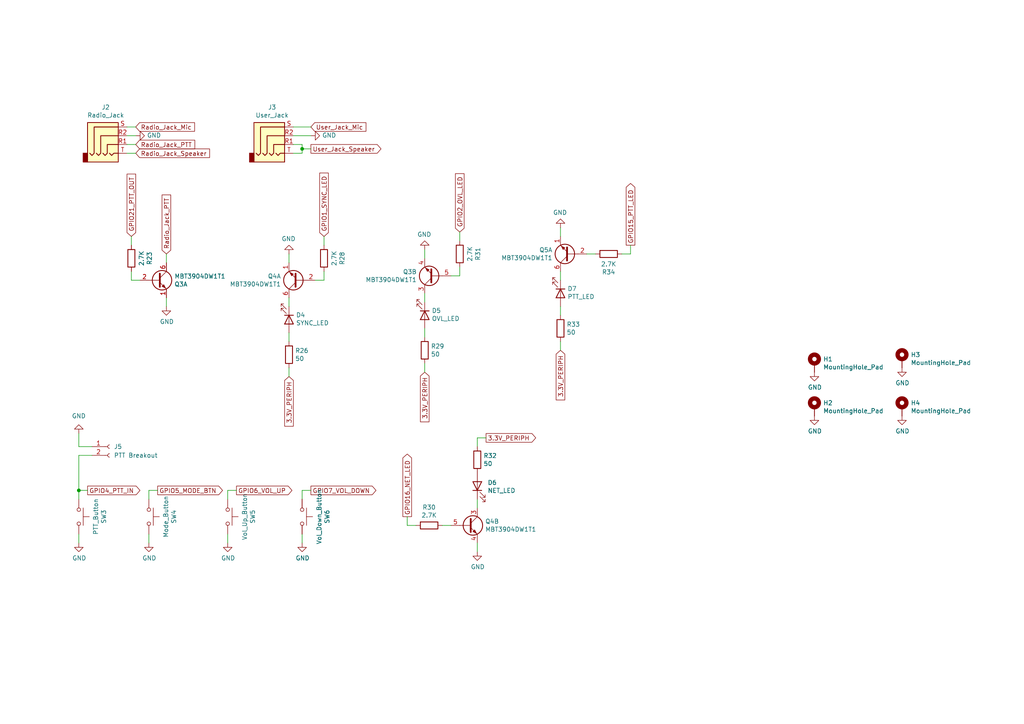
<source format=kicad_sch>
(kicad_sch (version 20211123) (generator eeschema)
  (paper "A4")
  (title_block (title "ezDV External Interface") (date "2022-10-01") (rev "v0.4") (company "FreeDV Project"))
  (lib_symbols
    (symbol "Connector:AudioJack4"
      (property "Reference" "J" (at 0 8.89 0))
      (property "Value" "AudioJack4" (at 0 6.35 0))
      (symbol "AudioJack4_0_1"
        (rectangle (start -6.35 -5.08) (end -7.62 -7.62) (stroke (width 0.254)) (fill (type outline)))
        (polyline (pts (xy 0 -5.08) (xy 0.635 -5.715) (xy 1.27 -5.08) (xy 2.54 -5.08)) (stroke (width 0.254)))
        (polyline (pts (xy -5.715 -5.08) (xy -5.08 -5.715) (xy -4.445 -5.08) (xy -4.445 2.54) (xy 2.54 2.54)) (stroke (width 0.254)))
        (polyline (pts (xy -1.905 -5.08) (xy -1.27 -5.715) (xy -0.635 -5.08) (xy -0.635 -2.54) (xy 2.54 -2.54)) (stroke (width 0.254)))
        (polyline (pts (xy 2.54 0) (xy -2.54 0) (xy -2.54 -5.08) (xy -3.175 -5.715) (xy -3.81 -5.08)) (stroke (width 0.254)))
        (rectangle (start 2.54 3.81) (end -6.35 -7.62) (stroke (width 0.254)) (fill (type background)))
      )
      (symbol "AudioJack4_1_1"
        (pin passive line (at 5.08 -2.54 180) (length 2.54) (name "~") (number "R1"))
        (pin passive line (at 5.08 0 180) (length 2.54) (name "~") (number "R2"))
        (pin passive line (at 5.08 2.54 180) (length 2.54) (name "~") (number "S"))
        (pin passive line (at 5.08 -5.08 180) (length 2.54) (name "~") (number "T"))
      )
    )
    (symbol "Connector:Conn_01x02_Female" (pin_names (offset 1.016) hide)
      (property "Reference" "J" (at 0 2.54 0))
      (property "Value" "Conn_01x02_Female" (at 0 -5.08 0))
      (symbol "Conn_01x02_Female_1_1"
        (arc (start 0 -2.032) (mid -0.508 -2.54) (end 0 -3.048) (stroke (width 0.1524)))
        (polyline (pts (xy -1.27 -2.54) (xy -0.508 -2.54)) (stroke (width 0.1524)))
        (polyline (pts (xy -1.27 0) (xy -0.508 0)) (stroke (width 0.1524)))
        (arc (start 0 0.508) (mid -0.508 0) (end 0 -0.508) (stroke (width 0.1524)))
        (pin passive line (at -5.08 0 0) (length 3.81) (name "Pin_1") (number "1"))
        (pin passive line (at -5.08 -2.54 0) (length 3.81) (name "Pin_2") (number "2"))
      )
    )
    (symbol "Device:LED" (pin_numbers hide) (pin_names (offset 1.016) hide)
      (property "Reference" "D" (at 0 2.54 0))
      (property "Value" "LED" (at 0 -2.54 0))
      (symbol "LED_0_1"
        (polyline (pts (xy -1.27 -1.27) (xy -1.27 1.27)) (stroke (width 0.254)))
        (polyline (pts (xy -1.27 0) (xy 1.27 0)))
        (polyline (pts (xy 1.27 -1.27) (xy 1.27 1.27) (xy -1.27 0) (xy 1.27 -1.27)) (stroke (width 0.254)))
        (polyline (pts (xy -3.048 -0.762) (xy -4.572 -2.286) (xy -3.81 -2.286) (xy -4.572 -2.286) (xy -4.572 -1.524)))
        (polyline (pts (xy -1.778 -0.762) (xy -3.302 -2.286) (xy -2.54 -2.286) (xy -3.302 -2.286) (xy -3.302 -1.524)))
      )
      (symbol "LED_1_1"
        (pin passive line (at -3.81 0 0) (length 2.54) (name "K") (number "1"))
        (pin passive line (at 3.81 0 180) (length 2.54) (name "A") (number "2"))
      )
    )
    (symbol "Device:R" (pin_numbers hide) (pin_names (offset 0))
      (property "Reference" "R" (at 2.032 0 90))
      (property "Value" "R" (at 0 0 90))
      (symbol "R_0_1"
        (rectangle (start -1.016 -2.54) (end 1.016 2.54) (stroke (width 0.254)))
      )
      (symbol "R_1_1"
        (pin passive line (at 0 3.81 270) (length 1.27) (name "~") (number "1"))
        (pin passive line (at 0 -3.81 90) (length 1.27) (name "~") (number "2"))
      )
    )
    (symbol "Mechanical:MountingHole_Pad" (pin_numbers hide) (pin_names (offset 1.016) hide)
      (property "Reference" "H" (at 0 6.35 0))
      (property "Value" "MountingHole_Pad" (at 0 4.445 0))
      (symbol "MountingHole_Pad_0_1"
        (circle (center 0 1.27) (radius 1.27) (stroke (width 1.27)))
      )
      (symbol "MountingHole_Pad_1_1"
        (pin input line (at 0 -2.54 90) (length 2.54) (name "1") (number "1"))
      )
    )
    (symbol "Switch:SW_Push" (pin_numbers hide) (pin_names (offset 1.016) hide)
      (property "Reference" "SW" (at 1.27 2.54 0))
      (property "Value" "SW_Push" (at 0 -1.524 0))
      (symbol "SW_Push_0_1"
        (circle (center -2.032 0) (radius 0.508))
        (polyline (pts (xy 0 1.27) (xy 0 3.048)))
        (polyline (pts (xy 2.54 1.27) (xy -2.54 1.27)))
        (circle (center 2.032 0) (radius 0.508))
        (pin passive line (at -5.08 0 0) (length 2.54) (name "1") (number "1"))
        (pin passive line (at 5.08 0 180) (length 2.54) (name "2") (number "2"))
      )
    )
    (symbol "ezDV-rescue:Q_DUAL_NPN_NPN_E1B1C2E2B2C1-Device" (pin_names (offset 0) hide)
      (property "Reference" "Q" (at 5.08 1.27 0))
      (property "Value" "Q_DUAL_NPN_NPN_E1B1C2E2B2C1-Device" (at 5.08 -1.27 0))
      (symbol "Q_DUAL_NPN_NPN_E1B1C2E2B2C1-Device_0_1"
        (polyline (pts (xy 0.635 0) (xy -2.54 0)))
        (polyline (pts (xy 0.635 0.635) (xy 2.54 2.54)))
        (polyline (pts (xy 0.635 -0.635) (xy 2.54 -2.54) (xy 2.54 -2.54)))
        (polyline (pts (xy 0.635 1.905) (xy 0.635 -1.905) (xy 0.635 -1.905)) (stroke (width 0.508)))
        (polyline (pts (xy 1.27 -1.778) (xy 1.778 -1.27) (xy 2.286 -2.286) (xy 1.27 -1.778) (xy 1.27 -1.778)) (fill (type outline)))
        (circle (center 1.27 0) (radius 2.8194) (stroke (width 0.254)))
      )
      (symbol "Q_DUAL_NPN_NPN_E1B1C2E2B2C1-Device_1_1"
        (pin passive line (at 2.54 -5.08 90) (length 2.54) (name "E1") (number "1"))
        (pin input line (at -5.08 0 0) (length 2.54) (name "B1") (number "2"))
        (pin passive line (at 2.54 5.08 270) (length 2.54) (name "C1") (number "6"))
      )
      (symbol "Q_DUAL_NPN_NPN_E1B1C2E2B2C1-Device_2_1"
        (pin passive line (at 2.54 5.08 270) (length 2.54) (name "C2") (number "3"))
        (pin passive line (at 2.54 -5.08 90) (length 2.54) (name "E2") (number "4"))
        (pin input line (at -5.08 0 0) (length 2.54) (name "B2") (number "5"))
      )
    )
    (symbol "power:GND" (power) (pin_names (offset 0))
      (property "Value" "GND" (at 0 -3.81 0))
      (symbol "GND_0_1"
        (polyline (pts (xy 0 0) (xy 0 -1.27) (xy 1.27 -1.27) (xy 0 -2.54) (xy -1.27 -1.27) (xy 0 -1.27)))
      )
      (symbol "GND_1_1"
        (pin power_in line (at 0 0 270) (length 0) hide (name "GND") (number "1"))
      )
    )
  )
  (junction (at 87.63 43.18))
  (junction (at 22.86 142.24))
  (wire (pts (xy 133.35 77.47) (xy 133.35 80.01)))
  (wire (pts (xy 85.09 44.45) (xy 87.63 44.45)))
  (wire (pts (xy 162.56 91.44) (xy 162.56 88.9)))
  (wire (pts (xy 182.88 73.66) (xy 182.88 71.12)))
  (wire (pts (xy 48.26 76.2) (xy 48.26 73.66)))
  (wire (pts (xy 85.09 39.37) (xy 90.17 39.37)))
  (wire (pts (xy 138.43 157.48) (xy 138.43 160.02)))
  (wire (pts (xy 128.27 152.4) (xy 130.81 152.4)))
  (wire (pts (xy 38.1 71.12) (xy 38.1 68.58)))
  (wire (pts (xy 138.43 127) (xy 140.97 127)))
  (wire (pts (xy 123.19 97.79) (xy 123.19 95.25)))
  (wire (pts (xy 93.98 71.12) (xy 93.98 68.58)))
  (wire (pts (xy 133.35 80.01) (xy 130.81 80.01)))
  (wire (pts (xy 22.86 132.08) (xy 22.86 142.24)))
  (wire (pts (xy 40.64 81.28) (xy 38.1 81.28)))
  (wire (pts (xy 36.83 36.83) (xy 39.37 36.83)))
  (wire (pts (xy 90.17 36.83) (xy 85.09 36.83)))
  (wire (pts (xy 123.19 74.93) (xy 123.19 72.39)))
  (wire (pts (xy 38.1 78.74) (xy 38.1 81.28)))
  (wire (pts (xy 133.35 69.85) (xy 133.35 67.31)))
  (wire (pts (xy 162.56 81.28) (xy 162.56 78.74)))
  (wire (pts (xy 66.04 142.24) (xy 66.04 144.78)))
  (wire (pts (xy 36.83 44.45) (xy 39.37 44.45)))
  (wire (pts (xy 162.56 99.06) (xy 162.56 101.6)))
  (wire (pts (xy 90.17 142.24) (xy 87.63 142.24)))
  (wire (pts (xy 172.72 73.66) (xy 170.18 73.66)))
  (wire (pts (xy 83.82 76.2) (xy 83.82 73.66)))
  (wire (pts (xy 87.63 41.91) (xy 85.09 41.91)))
  (wire (pts (xy 25.4 142.24) (xy 22.86 142.24)))
  (wire (pts (xy 22.86 129.54) (xy 26.67 129.54)))
  (wire (pts (xy 36.83 39.37) (xy 39.37 39.37)))
  (wire (pts (xy 87.63 44.45) (xy 87.63 43.18)))
  (wire (pts (xy 93.98 78.74) (xy 93.98 81.28)))
  (wire (pts (xy 48.26 86.36) (xy 48.26 88.9)))
  (wire (pts (xy 118.11 152.4) (xy 118.11 149.86)))
  (wire (pts (xy 83.82 106.68) (xy 83.82 109.22)))
  (wire (pts (xy 22.86 125.73) (xy 22.86 129.54)))
  (wire (pts (xy 83.82 99.06) (xy 83.82 96.52)))
  (wire (pts (xy 90.17 43.18) (xy 87.63 43.18)))
  (wire (pts (xy 68.58 142.24) (xy 66.04 142.24)))
  (wire (pts (xy 26.67 132.08) (xy 22.86 132.08)))
  (wire (pts (xy 87.63 43.18) (xy 87.63 41.91)))
  (wire (pts (xy 138.43 129.54) (xy 138.43 127)))
  (wire (pts (xy 83.82 88.9) (xy 83.82 86.36)))
  (wire (pts (xy 123.19 87.63) (xy 123.19 85.09)))
  (wire (pts (xy 45.72 142.24) (xy 43.18 142.24)))
  (wire (pts (xy 43.18 142.24) (xy 43.18 144.78)))
  (wire (pts (xy 87.63 142.24) (xy 87.63 144.78)))
  (wire (pts (xy 36.83 41.91) (xy 39.37 41.91)))
  (wire (pts (xy 120.65 152.4) (xy 118.11 152.4)))
  (wire (pts (xy 87.63 154.94) (xy 87.63 157.48)))
  (wire (pts (xy 93.98 81.28) (xy 91.44 81.28)))
  (wire (pts (xy 22.86 154.94) (xy 22.86 157.48)))
  (wire (pts (xy 138.43 144.78) (xy 138.43 147.32)))
  (wire (pts (xy 66.04 154.94) (xy 66.04 157.48)))
  (wire (pts (xy 123.19 105.41) (xy 123.19 107.95)))
  (wire (pts (xy 43.18 154.94) (xy 43.18 157.48)))
  (wire (pts (xy 180.34 73.66) (xy 182.88 73.66)))
  (wire (pts (xy 22.86 142.24) (xy 22.86 144.78)))
  (wire (pts (xy 162.56 66.04) (xy 162.56 68.58)))
  (global_label "Radio_Jack_Speaker" (shape input) (at 39.37 44.45 0) (property "Intersheet References" "${INTERSHEET_REFS}" (effects hide)))
  (global_label "GPIO7_VOL_DOWN" (shape output) (at 90.17 142.24 0) (property "Intersheet References" "${INTERSHEET_REFS}" (effects hide)))
  (global_label "Radio_Jack_PTT" (shape input) (at 48.26 73.66 90) (property "Intersheet References" "${INTERSHEET_REFS}" (effects hide)))
  (global_label "GPIO2_OVL_LED" (shape input) (at 133.35 67.31 90) (property "Intersheet References" "${INTERSHEET_REFS}" (effects hide)))
  (global_label "GPIO21_PTT_OUT" (shape input) (at 38.1 68.58 90) (property "Intersheet References" "${INTERSHEET_REFS}" (effects hide)))
  (global_label "GPIO5_MODE_BTN" (shape output) (at 45.72 142.24 0) (property "Intersheet References" "${INTERSHEET_REFS}" (effects hide)))
  (global_label "GPIO16_NET_LED" (shape output) (at 118.11 149.86 90) (property "Intersheet References" "${INTERSHEET_REFS}" (effects hide)))
  (global_label "GPIO6_VOL_UP" (shape output) (at 68.58 142.24 0) (property "Intersheet References" "${INTERSHEET_REFS}" (effects hide)))
  (global_label "Radio_Jack_Mic" (shape input) (at 39.37 36.83 0) (property "Intersheet References" "${INTERSHEET_REFS}" (effects hide)))
  (global_label "3.3V_PERIPH" (shape output) (at 140.97 127 0) (property "Intersheet References" "${INTERSHEET_REFS}" (effects hide)))
  (global_label "GPIO15_PTT_LED" (shape output) (at 182.88 71.12 90) (property "Intersheet References" "${INTERSHEET_REFS}" (effects hide)))
  (global_label "User_Jack_Speaker" (shape output) (at 90.17 43.18 0) (property "Intersheet References" "${INTERSHEET_REFS}" (effects hide)))
  (global_label "Radio_Jack_PTT" (shape input) (at 39.37 41.91 0) (property "Intersheet References" "${INTERSHEET_REFS}" (effects hide)))
  (global_label "3.3V_PERIPH" (shape input) (at 83.82 109.22 270) (property "Intersheet References" "${INTERSHEET_REFS}" (effects hide)))
  (global_label "GPIO4_PTT_IN" (shape output) (at 25.4 142.24 0) (property "Intersheet References" "${INTERSHEET_REFS}" (effects hide)))
  (global_label "3.3V_PERIPH" (shape input) (at 123.19 107.95 270) (property "Intersheet References" "${INTERSHEET_REFS}" (effects hide)))
  (global_label "User_Jack_Mic" (shape input) (at 90.17 36.83 0) (property "Intersheet References" "${INTERSHEET_REFS}" (effects hide)))
  (global_label "GPIO1_SYNC_LED" (shape input) (at 93.98 68.58 90) (property "Intersheet References" "${INTERSHEET_REFS}" (effects hide)))
  (global_label "3.3V_PERIPH" (shape input) (at 162.56 101.6 270) (property "Intersheet References" "${INTERSHEET_REFS}" (effects hide)))
  (symbol (lib_id "Mechanical:MountingHole_Pad") (at 261.62 118.11 0) (unit 1)
    (property "Reference" "H4" (at 264.16 116.8654 0) (effects (justify left)))
    (property "Value" "MountingHole_Pad" (at 264.16 119.1768 0) (effects (justify left)))
    (property "Footprint" "MountingHole:MountingHole_3.2mm_M3_Pad" (effects hide))
  )
  (symbol (lib_id "power:GND") (at 236.22 107.95 0) (unit 1)
    (property "Reference" "#PWR036" (effects hide))
    (property "Value" "GND" (at 236.347 112.3442 0))
  )
  (symbol (lib_id "Device:R") (at 133.35 73.66 180) (unit 1)
    (property "Reference" "R31" (at 138.6078 73.66 90))
    (property "Value" "2.7K" (at 136.2964 73.66 90))
    (property "Footprint" "Resistor_SMD:R_0603_1608Metric" (effects hide))
    (property "Datasheet" "https://datasheet.lcsc.com/lcsc/2206010216_UNI-ROYAL-Uniroyal-Elec-0603WAF2701T5E_C13167.pdf" (effects hide))
    (property "LCSC" "C13167" (effects hide))
  )
  (symbol (lib_id "Connector:AudioJack4") (at 31.75 39.37 0) (unit 1)
    (property "Reference" "J2" (at 30.6578 31.115 0))
    (property "Value" "Radio_Jack" (at 30.6578 33.4264 0))
    (property "Footprint" "Connector_Audio:Jack_3.5mm_PJ320D_Horizontal" (effects hide))
    (property "Datasheet" "https://datasheet.lcsc.com/lcsc/1810121716_Korean-Hroparts-Elec-PJ-320D-4A_C95562.pdf" (effects hide))
    (property "LCSC" "C95562" (effects hide))
  )
  (symbol (lib_id "ezDV-rescue:Q_DUAL_NPN_NPN_E1B1C2E2B2C1-Device") (at 45.72 81.28 0) (unit 1)
    (property "Reference" "Q3" (at 50.5714 82.4484 0) (effects (justify left)))
    (property "Value" "MBT3904DW1T1" (at 50.5714 80.137 0) (effects (justify left)))
    (property "Footprint" "Package_TO_SOT_SMD:SOT-363_SC-70-6" (effects hide))
    (property "Datasheet" "https://datasheet.lcsc.com/lcsc/1811151434_onsemi-MBT3904DW1T1G_C110150.pdf" (effects hide))
    (property "LCSC" "C110150" (effects hide))
  )
  (symbol (lib_id "Device:R") (at 83.82 102.87 0) (unit 1)
    (property "Reference" "R26" (at 85.598 101.7016 0) (effects (justify left)))
    (property "Value" "50" (at 85.598 104.013 0) (effects (justify left)))
    (property "Footprint" "Resistor_SMD:R_0603_1608Metric" (effects hide))
    (property "Datasheet" "https://datasheet.lcsc.com/lcsc/2206010130_UNI-ROYAL-Uniroyal-Elec-0603WAF1500T5E_C22808.pdf" (effects hide))
    (property "LCSC" "C22808" (effects hide))
  )
  (symbol (lib_id "Device:R") (at 162.56 95.25 0) (unit 1)
    (property "Reference" "R33" (at 164.338 94.0816 0) (effects (justify left)))
    (property "Value" "50" (at 164.338 96.393 0) (effects (justify left)))
    (property "Footprint" "Resistor_SMD:R_0603_1608Metric" (effects hide))
    (property "Datasheet" "https://datasheet.lcsc.com/lcsc/2206010130_UNI-ROYAL-Uniroyal-Elec-0603WAF1500T5E_C22808.pdf" (effects hide))
    (property "LCSC" "C22808" (effects hide))
  )
  (symbol (lib_id "power:GND") (at 162.56 66.04 180) (unit 1)
    (property "Reference" "#PWR035" (effects hide))
    (property "Value" "GND" (at 162.433 61.6458 0))
  )
  (symbol (lib_id "ezDV-rescue:Q_DUAL_NPN_NPN_E1B1C2E2B2C1-Device") (at 86.36 81.28 180) (unit 1)
    (property "Reference" "Q4" (at 81.5086 80.1116 0) (effects (justify left)))
    (property "Value" "MBT3904DW1T1" (at 81.5086 82.423 0) (effects (justify left)))
    (property "Footprint" "Package_TO_SOT_SMD:SOT-363_SC-70-6" (effects hide))
    (property "Datasheet" "https://datasheet.lcsc.com/lcsc/1811151434_onsemi-MBT3904DW1T1G_C110150.pdf" (effects hide))
    (property "LCSC" "C110150" (effects hide))
  )
  (symbol (lib_id "power:GND") (at 261.62 106.68 0) (unit 1)
    (property "Reference" "#PWR038" (effects hide))
    (property "Value" "GND" (at 261.747 111.0742 0))
  )
  (symbol (lib_id "Device:LED") (at 138.43 140.97 90) (unit 1)
    (property "Reference" "D6" (at 141.4272 139.9794 90) (effects (justify right)))
    (property "Value" "NET_LED" (at 141.4272 142.2908 90) (effects (justify right)))
    (property "Footprint" "Diode_SMD:D_0603_1608Metric" (effects hide))
    (property "Datasheet" "https://datasheet.lcsc.com/lcsc/1811101510_Everlight-Elec-19-217-BHC-ZL1M2RY-3T_C72041.pdf" (effects hide))
    (property "LCSC" "C72041" (effects hide))
  )
  (symbol (lib_id "power:GND") (at 22.86 125.73 180) (unit 1)
    (property "Reference" "#PWR043" (effects hide))
    (property "Value" "GND" (at 22.86 120.65 0))
  )
  (symbol (lib_id "Device:LED") (at 123.19 91.44 270) (unit 1)
    (property "Reference" "D5" (at 125.222 90.0938 90) (effects (justify left)))
    (property "Value" "OVL_LED" (at 125.222 92.4052 90) (effects (justify left)))
    (property "Footprint" "Diode_SMD:D_0603_1608Metric" (effects hide))
    (property "Datasheet" "https://datasheet.lcsc.com/lcsc/1810231112_Hubei-KENTO-Elec-KT-0603R_C2286.pdf" (effects hide))
    (property "LCSC" "C2286" (effects hide))
  )
  (symbol (lib_id "power:GND") (at 22.86 157.48 0) (unit 1)
    (property "Reference" "#PWR025" (effects hide))
    (property "Value" "GND" (at 22.987 161.8742 0))
  )
  (symbol (lib_id "power:GND") (at 138.43 160.02 0) (unit 1)
    (property "Reference" "#PWR034" (effects hide))
    (property "Value" "GND" (at 138.557 164.4142 0))
  )
  (symbol (lib_id "Device:R") (at 93.98 74.93 180) (unit 1)
    (property "Reference" "R28" (at 99.2378 74.93 90))
    (property "Value" "2.7K" (at 96.9264 74.93 90))
    (property "Footprint" "Resistor_SMD:R_0603_1608Metric" (effects hide))
    (property "Datasheet" "https://datasheet.lcsc.com/lcsc/2206010216_UNI-ROYAL-Uniroyal-Elec-0603WAF2701T5E_C13167.pdf" (effects hide))
    (property "LCSC" "C13167" (effects hide))
  )
  (symbol (lib_id "Device:LED") (at 83.82 92.71 270) (unit 1)
    (property "Reference" "D4" (at 85.852 91.3638 90) (effects (justify left)))
    (property "Value" "SYNC_LED" (at 85.852 93.6752 90) (effects (justify left)))
    (property "Footprint" "Diode_SMD:D_0603_1608Metric" (effects hide))
    (property "Datasheet" "https://datasheet.lcsc.com/lcsc/1912111437_Yongyu-Photoelectric-SZYY0603YG_C434423.pdf" (effects hide))
    (property "LCSC" "C434423" (effects hide))
  )
  (symbol (lib_id "power:GND") (at 87.63 157.48 0) (unit 1)
    (property "Reference" "#PWR031" (effects hide))
    (property "Value" "GND" (at 87.757 161.8742 0))
  )
  (symbol (lib_id "Mechanical:MountingHole_Pad") (at 236.22 105.41 0) (unit 1)
    (property "Reference" "H1" (at 238.76 104.1654 0) (effects (justify left)))
    (property "Value" "MountingHole_Pad" (at 238.76 106.4768 0) (effects (justify left)))
    (property "Footprint" "MountingHole:MountingHole_3.2mm_M3_Pad" (effects hide))
  )
  (symbol (lib_id "ezDV-rescue:Q_DUAL_NPN_NPN_E1B1C2E2B2C1-Device") (at 125.73 80.01 180) (unit 2)
    (property "Reference" "Q3" (at 120.8786 78.8416 0) (effects (justify left)))
    (property "Value" "MBT3904DW1T1" (at 120.8786 81.153 0) (effects (justify left)))
    (property "Footprint" "Package_TO_SOT_SMD:SOT-363_SC-70-6" (effects hide))
    (property "Datasheet" "https://datasheet.lcsc.com/lcsc/1811151434_onsemi-MBT3904DW1T1G_C110150.pdf" (effects hide))
    (property "LCSC" "C110150" (effects hide))
  )
  (symbol (lib_id "Connector:Conn_01x02_Female") (at 31.75 129.54 0) (unit 1)
    (property "Reference" "J5" (at 33.02 129.5399 0) (effects (justify left)))
    (property "Value" "PTT Breakout" (at 33.02 132.0799 0) (effects (justify left)))
    (property "Footprint" "Connector_PinHeader_2.54mm:PinHeader_1x02_P2.54mm_Vertical" (effects hide))
  )
  (symbol (lib_id "power:GND") (at 261.62 120.65 0) (unit 1)
    (property "Reference" "#PWR039" (effects hide))
    (property "Value" "GND" (at 261.747 125.0442 0))
  )
  (symbol (lib_id "power:GND") (at 83.82 73.66 180) (unit 1)
    (property "Reference" "#PWR030" (effects hide))
    (property "Value" "GND" (at 83.693 69.2658 0))
  )
  (symbol (lib_id "ezDV-rescue:Q_DUAL_NPN_NPN_E1B1C2E2B2C1-Device") (at 165.1 73.66 180) (unit 1)
    (property "Reference" "Q5" (at 160.2486 72.4916 0) (effects (justify left)))
    (property "Value" "MBT3904DW1T1" (at 160.2486 74.803 0) (effects (justify left)))
    (property "Footprint" "Package_TO_SOT_SMD:SOT-363_SC-70-6" (effects hide))
    (property "Datasheet" "https://datasheet.lcsc.com/lcsc/1811151434_onsemi-MBT3904DW1T1G_C110150.pdf" (effects hide))
    (property "LCSC" "C110150" (effects hide))
  )
  (symbol (lib_id "Device:R") (at 123.19 101.6 0) (unit 1)
    (property "Reference" "R29" (at 124.968 100.4316 0) (effects (justify left)))
    (property "Value" "50" (at 124.968 102.743 0) (effects (justify left)))
    (property "Footprint" "Resistor_SMD:R_0603_1608Metric" (effects hide))
    (property "Datasheet" "https://datasheet.lcsc.com/lcsc/2206010130_UNI-ROYAL-Uniroyal-Elec-0603WAF1500T5E_C22808.pdf" (effects hide))
    (property "LCSC" "C22808" (effects hide))
  )
  (symbol (lib_id "Device:R") (at 38.1 74.93 180) (unit 1)
    (property "Reference" "R23" (at 43.3578 74.93 90))
    (property "Value" "2.7K" (at 41.0464 74.93 90))
    (property "Footprint" "Resistor_SMD:R_0603_1608Metric" (effects hide))
    (property "Datasheet" "https://datasheet.lcsc.com/lcsc/2206010216_UNI-ROYAL-Uniroyal-Elec-0603WAF2701T5E_C13167.pdf" (effects hide))
    (property "LCSC" "C13167" (effects hide))
  )
  (symbol (lib_id "Device:R") (at 138.43 133.35 0) (unit 1)
    (property "Reference" "R32" (at 140.208 132.1816 0) (effects (justify left)))
    (property "Value" "50" (at 140.208 134.493 0) (effects (justify left)))
    (property "Footprint" "Resistor_SMD:R_0603_1608Metric" (effects hide))
    (property "Datasheet" "https://datasheet.lcsc.com/lcsc/2206010130_UNI-ROYAL-Uniroyal-Elec-0603WAF1500T5E_C22808.pdf" (effects hide))
    (property "LCSC" "C22808" (effects hide))
  )
  (symbol (lib_id "Switch:SW_Push") (at 22.86 149.86 270) (unit 1)
    (property "Reference" "SW3" (at 30.099 149.86 0))
    (property "Value" "PTT_Button" (at 27.7876 149.86 0))
    (property "Footprint" "Button_Switch_SMD:SW_SPST_TL3342" (effects hide))
    (property "Datasheet" "https://datasheet.lcsc.com/lcsc/2109061530_E-Switch-TL3342F160QG_C2886898.pdf" (effects hide))
    (property "LCSC" "C2886898" (effects hide))
  )
  (symbol (lib_id "Switch:SW_Push") (at 66.04 149.86 270) (unit 1)
    (property "Reference" "SW5" (at 73.279 149.86 0))
    (property "Value" "Vol_Up_Button" (at 70.9676 149.86 0))
    (property "Footprint" "Button_Switch_SMD:SW_SPST_TL3342" (effects hide))
    (property "Datasheet" "https://datasheet.lcsc.com/lcsc/2109061530_E-Switch-TL3342F160QG_C2886898.pdf" (effects hide))
    (property "LCSC" "C2886898" (effects hide))
  )
  (symbol (lib_id "power:GND") (at 90.17 39.37 90) (unit 1)
    (property "Reference" "#PWR032" (effects hide))
    (property "Value" "GND" (at 93.4212 39.243 90) (effects (justify right)))
  )
  (symbol (lib_id "power:GND") (at 43.18 157.48 0) (unit 1)
    (property "Reference" "#PWR027" (effects hide))
    (property "Value" "GND" (at 43.307 161.8742 0))
  )
  (symbol (lib_id "Mechanical:MountingHole_Pad") (at 261.62 104.14 0) (unit 1)
    (property "Reference" "H3" (at 264.16 102.8954 0) (effects (justify left)))
    (property "Value" "MountingHole_Pad" (at 264.16 105.2068 0) (effects (justify left)))
    (property "Footprint" "MountingHole:MountingHole_3.2mm_M3_Pad" (effects hide))
  )
  (symbol (lib_id "ezDV-rescue:Q_DUAL_NPN_NPN_E1B1C2E2B2C1-Device") (at 135.89 152.4 0) (unit 2)
    (property "Reference" "Q4" (at 140.716 151.2316 0) (effects (justify left)))
    (property "Value" "MBT3904DW1T1" (at 140.716 153.543 0) (effects (justify left)))
    (property "Footprint" "Package_TO_SOT_SMD:SOT-363_SC-70-6" (effects hide))
    (property "Datasheet" "https://datasheet.lcsc.com/lcsc/1811151434_onsemi-MBT3904DW1T1G_C110150.pdf" (effects hide))
    (property "LCSC" "C110150" (effects hide))
  )
  (symbol (lib_id "power:GND") (at 39.37 39.37 90) (unit 1)
    (property "Reference" "#PWR026" (effects hide))
    (property "Value" "GND" (at 42.6212 39.243 90) (effects (justify right)))
  )
  (symbol (lib_id "Device:R") (at 124.46 152.4 270) (unit 1)
    (property "Reference" "R30" (at 124.46 147.1422 90))
    (property "Value" "2.7K" (at 124.46 149.4536 90))
    (property "Footprint" "Resistor_SMD:R_0603_1608Metric" (effects hide))
    (property "Datasheet" "https://datasheet.lcsc.com/lcsc/2206010216_UNI-ROYAL-Uniroyal-Elec-0603WAF2701T5E_C13167.pdf" (effects hide))
    (property "LCSC" "C13167" (effects hide))
  )
  (symbol (lib_id "Mechanical:MountingHole_Pad") (at 236.22 118.11 0) (unit 1)
    (property "Reference" "H2" (at 238.76 116.8654 0) (effects (justify left)))
    (property "Value" "MountingHole_Pad" (at 238.76 119.1768 0) (effects (justify left)))
    (property "Footprint" "MountingHole:MountingHole_3.2mm_M3_Pad" (effects hide))
  )
  (symbol (lib_id "power:GND") (at 48.26 88.9 0) (unit 1)
    (property "Reference" "#PWR028" (effects hide))
    (property "Value" "GND" (at 48.387 93.2942 0))
  )
  (symbol (lib_id "Switch:SW_Push") (at 87.63 149.86 270) (unit 1)
    (property "Reference" "SW6" (at 94.869 149.86 0))
    (property "Value" "Vol_Down_Button" (at 92.5576 149.86 0))
    (property "Footprint" "Button_Switch_SMD:SW_SPST_TL3342" (effects hide))
    (property "Datasheet" "https://datasheet.lcsc.com/lcsc/2109061530_E-Switch-TL3342F160QG_C2886898.pdf" (effects hide))
    (property "LCSC" "C2886898" (effects hide))
  )
  (symbol (lib_id "power:GND") (at 66.04 157.48 0) (unit 1)
    (property "Reference" "#PWR029" (effects hide))
    (property "Value" "GND" (at 66.167 161.8742 0))
  )
  (symbol (lib_id "power:GND") (at 236.22 120.65 0) (unit 1)
    (property "Reference" "#PWR037" (effects hide))
    (property "Value" "GND" (at 236.347 125.0442 0))
  )
  (symbol (lib_id "power:GND") (at 123.19 72.39 180) (unit 1)
    (property "Reference" "#PWR033" (effects hide))
    (property "Value" "GND" (at 123.063 67.9958 0))
  )
  (symbol (lib_id "Connector:AudioJack4") (at 80.01 39.37 0) (unit 1)
    (property "Reference" "J3" (at 78.9178 31.115 0))
    (property "Value" "User_Jack" (at 78.9178 33.4264 0))
    (property "Footprint" "Connector_Audio:Jack_3.5mm_PJ320D_Horizontal" (effects hide))
    (property "Datasheet" "https://datasheet.lcsc.com/lcsc/1810121716_Korean-Hroparts-Elec-PJ-320D-4A_C95562.pdf" (effects hide))
    (property "LCSC" "C95562" (effects hide))
  )
  (symbol (lib_id "Device:R") (at 176.53 73.66 90) (unit 1)
    (property "Reference" "R34" (at 176.53 78.9178 90))
    (property "Value" "2.7K" (at 176.53 76.6064 90))
    (property "Footprint" "Resistor_SMD:R_0603_1608Metric" (effects hide))
    (property "Datasheet" "https://datasheet.lcsc.com/lcsc/2206010216_UNI-ROYAL-Uniroyal-Elec-0603WAF2701T5E_C13167.pdf" (effects hide))
    (property "LCSC" "C13167" (effects hide))
  )
  (symbol (lib_id "Device:LED") (at 162.56 85.09 270) (unit 1)
    (property "Reference" "D7" (at 164.592 83.7438 90) (effects (justify left)))
    (property "Value" "PTT_LED" (at 164.592 86.0552 90) (effects (justify left)))
    (property "Footprint" "Diode_SMD:D_0603_1608Metric" (effects hide))
    (property "Datasheet" "https://datasheet.lcsc.com/lcsc/1810231112_Hubei-KENTO-Elec-KT-0603R_C2286.pdf" (effects hide))
    (property "LCSC" "C2286" (effects hide))
  )
  (symbol (lib_id "Switch:SW_Push") (at 43.18 149.86 270) (unit 1)
    (property "Reference" "SW4" (at 50.419 149.86 0))
    (property "Value" "Mode_Button" (at 48.1076 149.86 0))
    (property "Footprint" "Button_Switch_SMD:SW_SPST_TL3342" (effects hide))
    (property "Datasheet" "https://datasheet.lcsc.com/lcsc/2109061530_E-Switch-TL3342F160QG_C2886898.pdf" (effects hide))
    (property "LCSC" "C2886898" (effects hide))
  )
)
</source>
